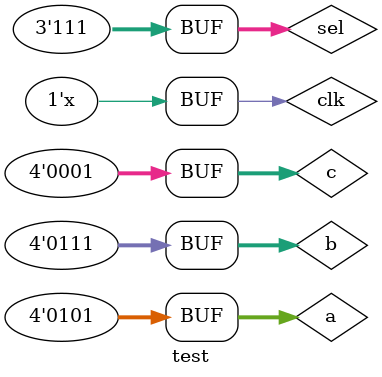
<source format=v>
module test;
reg clk;
reg [2:0] sel;
reg [3:0] a, b, c;
wire [4:0] result;

alu a1( clk, sel, a, b, c, result );

initial clk = 1'b0;
always #5 clk = ~clk;

initial begin
 a = 4'b0101;
 b = 4'b0111;
 c = 4'b0001;
 #5
 sel = 3'b000;
 #10
 sel = 3'b001;
 #10
 sel = 3'b010;
 #10
 sel = 3'b011;
 #10
 sel = 3'b100;
 #10
 sel = 3'b101;
 #10
 sel = 3'b110;
 #10
 sel = 3'b111;
end
endmodule
</source>
